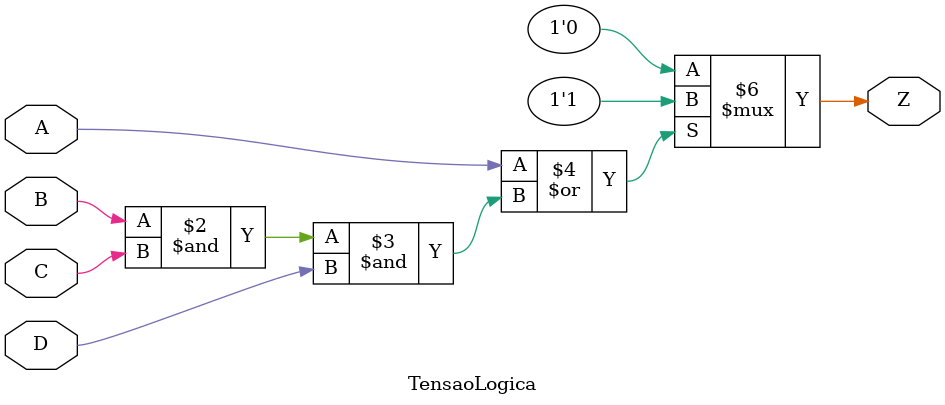
<source format=sv>

 /*
Exemplo 2: Projetar o circuito lógico abaixo cuja saída será 1 quando a
tensão analógica VB for maior que 6
 */

module TensaoLogica(input logic A,B,C,D, output logic Z);
  always_comb begin
    if((A) | (B & C & D))
      Z <= 1;
    else
      Z <= 0;
  end
endmodule
</source>
